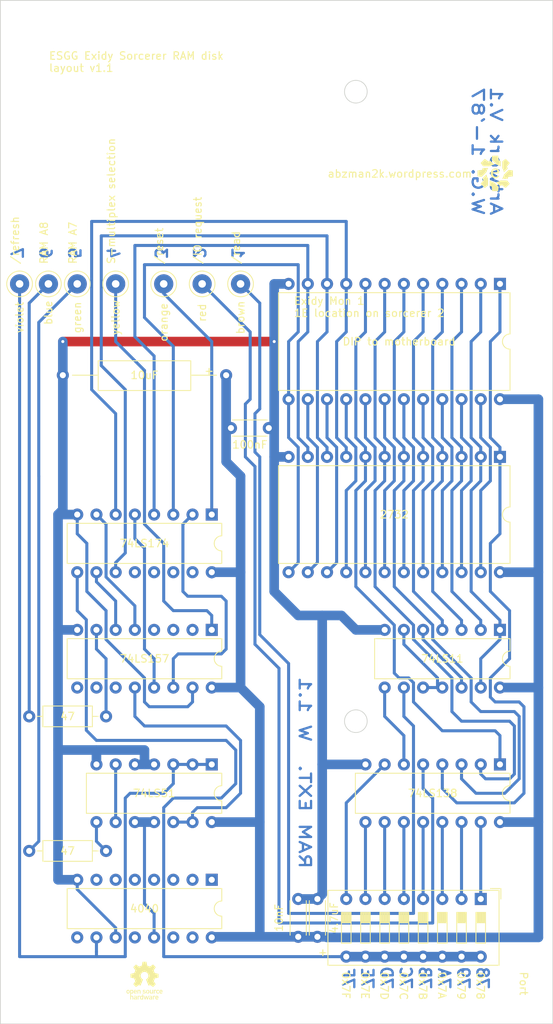
<source format=kicad_pcb>
(kicad_pcb (version 20221018) (generator pcbnew)
  (layers (0 "F.Cu" signal) (31 "B.Cu" signal) (34 "B.Paste" user) (35 "F.Paste" user) (36 "B.SilkS" user "B.Silkscreen") (37 "F.SilkS" user "F.Silkscreen") (38 "B.Mask" user) (39 "F.Mask" user) (44 "Edge.Cuts" user))
  (net 0 "")
  (net 1 "+5V")
  (net 2 "GND")
  (net 3 "A7")
  (net 4 "A6")
  (net 5 "A5")
  (net 6 "A4")
  (net 7 "A3")
  (net 8 "A2")
  (net 9 "A1")
  (net 10 "A0")
  (net 11 "D0")
  (net 12 "D1")
  (net 13 "D2")
  (net 14 "D3")
  (net 15 "D4")
  (net 16 "D5")
  (net 17 "D6")
  (net 18 "D7")
  (net 19 "{slash}CE")
  (net 20 "A10")
  (net 21 "{slash}OE")
  (net 22 "A11")
  (net 23 "A9")
  (net 24 "A8")
  (net 25 "Net-(R1-Pad1)")
  (net 26 "RAM A7")
  (net 27 "Net-(U6-Zb)")
  (net 28 "RAM A8")
  (net 29 "Net-(U3-O7)")
  (net 30 "Net-(U3-O6)")
  (net 31 "Net-(U3-O5)")
  (net 32 "Net-(U3-O4)")
  (net 33 "Net-(U3-O3)")
  (net 34 "Net-(U3-O2)")
  (net 35 "Net-(U3-O1)")
  (net 36 "Net-(U3-O0)")
  (net 37 "Net-(U4-Cp)")
  (net 38 "{slash}RD")
  (net 39 "{slash}IORQ")
  (net 40 "{slash}RESET")
  (net 41 "S-Multiplex Selection")
  (net 42 "{slash}RFSH")
  (net 43 "Net-(U1-Pad12)")
  (net 44 "Net-(U1-Pad10)")
  (net 45 "Net-(U3-E3)")
  (net 46 "Net-(U2-Pad6)")
  (net 47 "Net-(U5-Q7)")
  (net 48 "Net-(U6-Zd)")
  (net 49 "Net-(U4-Q0)")
  (net 50 "Net-(U4-Q1)")
  (net 51 "Net-(U4-Q2)")
  (net 52 "Net-(U4-Q3)")
  (footprint "Resistor_THT:R_Axial_DIN0207_L6.3mm_D2.5mm_P10.16mm_Horizontal" (layer "F.Cu") (at 163.83 133.35 180)
    (fp_text reference "R2" hide)
    (fp_text value "47")
  )
  (footprint "Package_DIP:DIP-16_W7.62mm" (layer "F.Cu") (at 215.9 139.7 -90)
    (fp_text reference "U3" hide)
    (fp_text value "74LS138")
  )
  (footprint "TestPoint:TestPoint_Plated_Hole_D2.0mm" (layer "F.Cu") (at 156.21 76.2)
    (fp_text reference "TP6" hide)
    (fp_text value "blue")
  )
  (footprint "Package_DIP:DIP-14_W7.62mm" (layer "F.Cu") (at 177.8 139.7 -90)
    (fp_text reference "U2" hide)
    (fp_text value "74LS51")
  )
  (footprint "Evan's parts:Evan Logo" (layer "F.Cu") (at 215.265 61.595)
    (fp_text reference "G***" hide)
    (fp_text value "LOGO" hide)
  )
  (footprint "TestPoint:TestPoint_Plated_Hole_D2.0mm" (layer "F.Cu") (at 181.61 76.2)
    (fp_text reference "TP1" hide)
    (fp_text value "brown")
  )
  (footprint "TestPoint:TestPoint_Plated_Hole_D2.0mm" (layer "F.Cu") (at 165.1 76.2)
    (fp_text reference "TP4" hide)
    (fp_text value "yellow")
  )
  (footprint "Resistor_THT:R_Axial_DIN0207_L6.3mm_D2.5mm_P10.16mm_Horizontal" (layer "F.Cu") (at 163.83 151.13 180)
    (fp_text reference "R1" hide)
    (fp_text value "47")
  )
  (footprint "TestPoint:TestPoint_Plated_Hole_D2.0mm" (layer "F.Cu") (at 152.4 76.2)
    (fp_text reference "TP5" hide)
    (fp_text value "violet")
  )
  (footprint "Package_DIP:DIP-16_W7.62mm" (layer "F.Cu") (at 177.8 121.92 -90)
    (fp_text reference "U6" hide)
    (fp_text value "74LS157")
  )
  (footprint "Evan's parts:OSHW gear" (layer "F.Cu") (at 168.91 168.275)
    (fp_text reference "G***" hide)
    (fp_text value "LOGO" hide)
  )
  (footprint "Capacitor_THT:C_Disc_D4.3mm_W1.9mm_P5.00mm" (layer "F.Cu") (at 191.77 162.48 90)
    (fp_text reference "C2" hide)
    (fp_text value "4.7uF")
  )
  (footprint "Capacitor_THT:C_Disc_D4.3mm_W1.9mm_P5.00mm" (layer "F.Cu") (at 180.34 95.25)
    (fp_text reference "C3" hide)
    (fp_text value "100nF")
  )
  (footprint "Package_DIP:DIP-16_W7.62mm" (layer "F.Cu") (at 177.8 106.68 -90)
    (fp_text reference "U4" hide)
    (fp_text value "74LS174")
  )
  (footprint "TestPoint:TestPoint_Plated_Hole_D2.0mm" (layer "F.Cu") (at 176.53 76.2)
    (fp_text reference "TP2" hide)
    (fp_text value "red")
  )
  (footprint "Package_DIP:DIP-24_W15.24mm" (layer "F.Cu") (at 215.9 99.06 -90)
    (fp_text reference "U7" hide)
    (fp_text value "2732")
  )
  (footprint "Button_Switch_THT:SW_DIP_SPSTx08_Slide_9.78x22.5mm_W7.62mm_P2.54mm" (layer "F.Cu") (at 213.36 157.48 -90)
    (fp_text reference "SW1" hide)
    (fp_text value "location")
  )
  (footprint "Package_DIP:DIP-24_W15.24mm" (layer "F.Cu") (at 215.9 76.2 -90)
    (fp_text reference "J1" hide)
    (fp_text value "DIP to motherboard")
  )
  (footprint "Package_DIP:DIP-16_W7.62mm" (layer "F.Cu") (at 177.8 154.94 -90)
    (fp_text reference "U5" hide)
    (fp_text value "4040")
  )
  (footprint "Capacitor_THT:C_Axial_L12.0mm_D6.5mm_P20.00mm_Horizontal" (layer "F.Cu") (at 179.705 88.265 180)
    (fp_text reference "C4" hide)
    (fp_text value "10uF")
  )
  (footprint "Package_DIP:DIP-14_W7.62mm" (layer "F.Cu") (at 215.9 121.92 -90)
    (fp_text reference "U1" hide)
    (fp_text value "74LS11")
  )
  (footprint "TestPoint:TestPoint_Plated_Hole_D2.0mm" (layer "F.Cu") (at 160.02 76.2)
    (fp_text reference "TP7" hide)
    (fp_text value "green")
  )
  (footprint "Capacitor_THT:C_Disc_D4.3mm_W1.9mm_P5.00mm" (layer "F.Cu") (at 189.23 162.48 90)
    (fp_text reference "C1" hide)
    (fp_text value "10nF")
  )
  (footprint "TestPoint:TestPoint_Plated_Hole_D2.0mm" (layer "F.Cu") (at 171.45 76.2)
    (fp_text reference "TP3" hide)
    (fp_text value "orange")
  )
  (gr_rect (start 149.86 38.735) (end 222.885 173.99) (stroke (width 0.1)) (fill none) (layer "Edge.Cuts"))
  (gr_circle (center 196.85 50.8) (end 198.35 50.8) (stroke (width 0.1)) (fill none) (layer "Edge.Cuts"))
  (gr_circle (center 196.85 133.985) (end 198.35 133.985) (stroke (width 0.1)) (fill none) (layer "Edge.Cuts"))
  (gr_text "7B" (at 205.105 169.545 270) (layer "B.Cu") (effects (font (size 1.5 1.5) (thickness 0.3) bold) (justify left bottom mirror)))
  (gr_text "7A" (at 207.645 169.545 270) (layer "B.Cu") (effects (font (size 1.5 1.5) (thickness 0.3) bold) (justify left bottom mirror)))
  (gr_text "7" (at 151.13 73.025 270) (layer "B.Cu") (effects (font (size 1.5 1.5) (thickness 0.3) bold) (justify left bottom mirror)))
  (gr_text "Artwork V.1\nW.G. 1-'87" (at 212.09 67.31 270) (layer "B.Cu") (effects (font (size 1.5 2) (thickness 0.3) bold) (justify left bottom mirror)))
  (gr_text "6" (at 154.94 73.025 270) (layer "B.Cu") (effects (font (size 1.5 1.5) (thickness 0.3) bold) (justify left bottom mirror)))
  (gr_text "1" (at 180.34 73.025 270) (layer "B.Cu") (effects (font (size 1.5 1.5) (thickness 0.3) bold) (justify left bottom mirror)))
  (gr_text "4" (at 163.83 73.025 270) (layer "B.Cu") (effects (font (size 1.5 1.5) (thickness 0.3) bold) (justify left bottom mirror)))
  (gr_text "5" (at 158.75 73.025 270) (layer "B.Cu") (effects (font (size 1.5 1.5) (thickness 0.3) bold) (justify left bottom mirror)))
  (gr_text "79" (at 210.185 169.545 270) (layer "B.Cu") (effects (font (size 1.5 1.5) (thickness 0.3) bold) (justify left bottom mirror)))
  (gr_text "3" (at 170.18 73.025 270) (layer "B.Cu") (effects (font (size 1.5 1.5) (thickness 0.3) bold) (justify left bottom mirror)))
  (gr_text "2" (at 175.26 73.025 270) (layer "B.Cu") (effects (font (size 1.5 1.5) (thickness 0.3) bold) (justify left bottom mirror)))
  (gr_text "7C" (at 202.565 169.545 270) (layer "B.Cu") (effects (font (size 1.5 1.5) (thickness 0.3) bold) (justify left bottom mirror)))
  (gr_text "78" (at 212.725 169.545 270) (layer "B.Cu") (effects (font (size 1.5 1.5) (thickness 0.3) bold) (justify left bottom mirror)))
  (gr_text "RAM EXT.  W 1.1" (at 189.23 153.67 270) (layer "B.Cu") (effects (font (size 1.5 2) (thickness 0.3) bold) (justify left bottom mirror)))
  (gr_text "7E" (at 197.485 169.545 270) (layer "B.Cu") (effects (font (size 1.5 1.5) (thickness 0.3) bold) (justify left bottom mirror)))
  (gr_text "7D" (at 200.025 169.545 270) (layer "B.Cu") (effects (font (size 1.5 1.5) (thickness 0.3) bold) (justify left bottom mirror)))
  (gr_text "7F\n" (at 194.945 169.545 270) (layer "B.Cu") (effects (font (size 1.5 1.5) (thickness 0.3) bold) (justify left bottom mirror)))
  (gr_text "ESGG Exidy Sorcerer RAM disk\nlayout v1.1" (at 156.21 48.26) (layer "F.SilkS") (effects (font (size 1 1)) (justify left bottom)))
  (gr_text "/reset" (at 171.45 73.66 90) (layer "F.SilkS") (effects (font (size 1 1)) (justify left bottom)))
  (gr_text "0x7F" (at 194.945 167.005 -90) (layer "F.SilkS") (effects (font (size 1 1)) (justify left bottom)))
  (gr_text "/IO request" (at 176.53 73.66 90) (layer "F.SilkS") (effects (font (size 1 1)) (justify left bottom)))
  (gr_text "RAM A7" (at 160.02 73.66 90) (layer "F.SilkS") (effects (font (size 1 1)) (justify left bottom)))
  (gr_text "0x7D" (at 200.025 167.005 -90) (layer "F.SilkS") (effects (font (size 1 1)) (justify left bottom)))
  (gr_text "+" (at 191.77 165.1) (layer "F.SilkS") (effects (font (size 1 1)) (justify left bottom)))
  (gr_text "S-multiplex selection" (at 165.1 73.66 90) (layer "F.SilkS") (effects (font (size 1 1)) (justify left bottom)))
  (gr_text "0x7B" (at 205.105 167.005 -90) (layer "F.SilkS") (effects (font (size 1 1)) (justify left bottom)))
  (gr_text "Exidy Mon 1\n1E location on sorcerer 2" (at 188.595 80.645) (layer "F.SilkS") (effects (font (size 1 1)) (justify left bottom)))
  (gr_text "0x7A" (at 207.645 167.005 -90) (layer "F.SilkS") (effects (font (size 1 1)) (justify left bottom)))
  (gr_text "Port" (at 218.44 167.005 -90) (layer "F.SilkS") (effects (font (size 1 1)) (justify left bottom)))
  (gr_text "+" (at 176.7325 88.265) (layer "F.SilkS") (effects (font (size 1 1)) (justify left bottom)))
  (gr_text "0x7E" (at 197.485 167.005 -90) (layer "F.SilkS") (effects (font (size 1 1)) (justify left bottom)))
  (gr_text "/refresh" (at 152.4 73.66 90) (layer "F.SilkS") (effects (font (size 1 1)) (justify left bottom)))
  (gr_text "abzman2k.wordpress.com" (at 193.04 62.23) (layer "F.SilkS") (effects (font (size 1 1)) (justify left bottom)))
  (gr_text "0x79" (at 210.185 167.005 -90) (layer "F.SilkS") (effects (font (size 1 1)) (justify left bottom)))
  (gr_text "/read" (at 181.61 73.66 90) (layer "F.SilkS") (effects (font (size 1 1)) (justify left bottom)))
  (gr_text "0x78" (at 212.725 167.005 -90) (layer "F.SilkS") (effects (font (size 1 1)) (justify left bottom)))
  (gr_text "RAM A8" (at 156.21 73.66 90) (layer "F.SilkS") (effects (font (size 1 1)) (justify left bottom)))
  (gr_text "0x7C" (at 202.565 167.005 -90) (layer "F.SilkS") (effects (font (size 1 1)) (justify left bottom)))
  (segment (start 177.8 147.32) (end 184.15 147.32) (width 1.27) (layer "B.Cu") (net 1))
  (segment (start 181.61 114.3) (end 181.61 101.6) (width 1.27) (layer "B.Cu") (net 1))
  (segment (start 181.61 129.54) (end 177.8 129.54) (width 1.27) (layer "B.Cu") (net 1))
  (segment (start 215.9 91.44) (end 220.98 91.44) (width 1.27) (layer "B.Cu") (net 1))
  (segment (start 220.98 147.32) (end 215.9 147.32) (width 1.27) (layer "B.Cu") (net 1))
  (segment (start 220.98 129.54) (end 220.98 147.32) (width 1.27) (layer "B.Cu") (net 1))
  (segment (start 181.61 114.3) (end 177.8 114.3) (width 1.27) (layer "B.Cu") (net 1))
  (segment (start 220.98 91.44) (end 220.98 114.3) (width 1.27) (layer "B.Cu") (net 1))
  (segment (start 177.88 162.48) (end 177.8 162.56) (width 1.27) (layer "B.Cu") (net 1))
  (segment (start 179.705 99.695) (end 179.705 88.265) (width 1.27) (layer "B.Cu") (net 1))
  (segment (start 181.61 129.54) (end 184.15 132.08) (width 1.27) (layer "B.Cu") (net 1))
  (segment (start 191.77 162.48) (end 189.23 162.48) (width 1.27) (layer "B.Cu") (net 1))
  (segment (start 184.15 132.08) (end 184.15 147.32) (width 1.27) (layer "B.Cu") (net 1))
  (segment (start 220.98 162.56) (end 193.04 162.56) (width 1.27) (layer "B.Cu") (net 1))
  (segment (start 192.96 162.48) (end 191.77 162.48) (width 1.27) (layer "B.Cu") (net 1))
  (segment (start 220.98 114.3) (end 215.9 114.3) (width 1.27) (layer "B.Cu") (net 1))
  (segment (start 181.61 101.6) (end 179.705 99.695) (width 1.27) (layer "B.Cu") (net 1))
  (segment (start 184.15 162.48) (end 177.88 162.48) (width 1.27) (layer "B.Cu") (net 1))
  (segment (start 193.04 162.56) (end 192.96 162.48) (width 1.27) (layer "B.Cu") (net 1))
  (segment (start 220.98 114.3) (end 220.98 129.54) (width 1.27) (layer "B.Cu") (net 1))
  (segment (start 220.98 129.54) (end 215.9 129.54) (width 1.27) (layer "B.Cu") (net 1))
  (segment (start 181.61 129.54) (end 181.61 114.3) (width 1.27) (layer "B.Cu") (net 1))
  (segment (start 189.23 162.48) (end 184.15 162.48) (width 1.27) (layer "B.Cu") (net 1))
  (segment (start 184.15 147.32) (end 184.15 162.48) (width 1.27) (layer "B.Cu") (net 1))
  (segment (start 220.98 147.32) (end 220.98 162.56) (width 1.27) (layer "B.Cu") (net 1))
  (segment (start 177.8 114.935) (end 177.8 114.3) (width 0.4) (layer "B.Cu") (net 1))
  (segment (start 158.115 83.82) (end 186.055 83.82) (width 1.27) (layer "F.Cu") (net 2))
  (via (at 158.115 83.82) (size 0.8) (drill 0.4) (layers "F.Cu" "B.Cu") (net 2))
  (via (at 186.055 83.82) (size 0.8) (drill 0.4) (layers "F.Cu" "B.Cu") (net 2))
  (segment (start 157.48 154.94) (end 157.48 137.795) (width 1.27) (layer "B.Cu") (net 2))
  (segment (start 189.23 120.015) (end 192.405 120.015) (width 1.27) (layer "B.Cu") (net 2))
  (segment (start 159.385 106.68) (end 160.02 106.68) (width 0.4) (layer "B.Cu") (net 2))
  (segment (start 157.48 121.92) (end 160.02 121.92) (width 1.27) (layer "B.Cu") (net 2))
  (segment (start 187.96 99.06) (end 186.055 99.06) (width 1.27) (layer "B.Cu") (net 2))
  (segment (start 192.405 120.015) (end 194.945 120.015) (width 1.27) (layer "B.Cu") (net 2))
  (segment (start 161.29 110.49) (end 161.29 116.84) (width 0.4) (layer "B.Cu") (net 2))
  (segment (start 168.91 131.445) (end 169.545 132.08) (width 0.4) (layer "B.Cu") (net 2))
  (segment (start 191.77 157.48) (end 192.405 156.845) (width 1.27) (layer "B.Cu") (net 2))
  (segment (start 161.29 116.84) (end 163.83 119.38) (width 0.4) (layer "B.Cu") (net 2))
  (segment (start 175.26 131.445) (end 175.26 129.54) (width 0.4) (layer "B.Cu") (net 2))
  (segment (start 168.91 139.7) (end 167.64 139.7) (width 1.27) (layer "B.Cu") (net 2))
  (segment (start 163.83 119.38) (end 163.83 123.19) (width 0.4) (layer "B.Cu") (net 2))
  (segment (start 186.055 99.06) (end 186.055 76.2) (width 1.27) (layer "B.Cu") (net 2))
  (segment (start 169.545 132.08) (end 174.625 132.08) (width 0.4) (layer "B.Cu") (net 2))
  (segment (start 168.91 128.27) (end 168.91 131.445) (width 0.4) (layer "B.Cu") (net 2))
  (segment (start 157.48 121.92) (end 157.48 106.68) (width 1.27) (layer "B.Cu") (net 2))
  (segment (start 192.405 139.7) (end 198.12 139.7) (width 1.27) (layer "B.Cu") (net 2))
  (segment (start 162.56 139.7) (end 162.56 137.795) (width 1.27) (layer "B.Cu") (net 2))
  (segment (start 157.48 106.68) (end 160.02 106.68) (width 1.27) (layer "B.Cu") (net 2))
  (segment (start 160.02 109.22) (end 161.29 110.49) (width 0.4) (layer "B.Cu") (net 2))
  (segment (start 192.405 139.7) (end 192.405 120.015) (width 1.27) (layer "B.Cu") (net 2))
  (segment (start 157.48 137.795) (end 162.56 137.795) (width 1.27) (layer "B.Cu") (net 2))
  (segment (start 160.02 156.21) (end 160.02 154.94) (width 0.4) (layer "B.Cu") (net 2))
  (segment (start 170.18 139.7) (end 168.91 139.7) (width 1.27) (layer "B.Cu") (net 2))
  (segment (start 165.1 161.29) (end 160.02 156.21) (width 0.4) (layer "B.Cu") (net 2))
  (segment (start 165.1 162.56) (end 165.1 161.29) (width 0.4) (layer "B.Cu") (net 2))
  (segment (start 192.405 156.845) (end 192.405 139.7) (width 1.27) (layer "B.Cu") (net 2))
  (segment (start 186.055 76.2) (end 187.96 76.2) (width 1.27) (layer "B.Cu") (net 2))
  (segment (start 157.48 137.795) (end 157.48 121.92) (width 1.27) (layer "B.Cu") (net 2))
  (segment (start 160.02 154.94) (end 157.48 154.94) (width 1.27) (layer "B.Cu") (net 2))
  (segment (start 157.48 106.68) (end 158.115 106.045) (width 1.27) (layer "B.Cu") (net 2))
  (segment (start 194.945 120.015) (end 196.85 121.92) (width 1.27) (layer "B.Cu") (net 2))
  (segment (start 174.625 132.08) (end 175.26 131.445) (width 0.4) (layer "B.Cu") (net 2))
  (segment (start 162.56 137.795) (end 168.91 137.795) (width 1.27) (layer "B.Cu") (net 2))
  (segment (start 160.02 106.68) (end 160.02 109.22) (width 0.4) (layer "B.Cu") (net 2))
  (segment (start 167.64 139.7) (end 167.64 139.065) (width 0.4) (layer "B.Cu") (net 2))
  (segment (start 168.91 137.795) (end 168.91 139.7) (width 1.27) (layer "B.Cu") (net 2))
  (segment (start 158.115 106.045) (end 158.115 83.82) (width 1.27) (layer "B.Cu") (net 2))
  (segment (start 189.23 157.48) (end 191.77 157.48) (width 1.27) (layer "B.Cu") (net 2))
  (segment (start 186.055 116.84) (end 189.23 120.015) (width 1.27) (layer "B.Cu") (net 2))
  (segment (start 186.055 99.06) (end 186.055 116.84) (width 1.27) (layer "B.Cu") (net 2))
  (segment (start 163.83 123.19) (end 168.91 128.27) (width 0.4) (layer "B.Cu") (net 2))
  (segment (start 196.85 121.92) (end 200.66 121.92) (width 1.27) (layer "B.Cu") (net 2))
  (segment (start 215.9 109.22) (end 215.9 99.06) (width 0.4) (layer "B.Cu") (net 3))
  (segment (start 215.265 131.445) (end 214.63 130.81) (width 0.4) (layer "B.Cu") (net 3))
  (segment (start 214.63 110.49) (end 215.9 109.22) (width 0.4) (layer "B.Cu") (net 3))
  (segment (start 215.9 97.79) (end 215.9 99.06) (width 0.4) (layer "B.Cu") (net 3))
  (segment (start 210.185 144.78) (end 217.805 144.78) (width 0.4) (layer "B.Cu") (net 3))
  (segment (start 208.28 142.875) (end 210.185 144.78) (width 0.4) (layer "B.Cu") (net 3))
  (segment (start 219.075 132.08) (end 218.44 131.445) (width 0.4) (layer "B.Cu") (net 3))
  (segment (start 217.805 144.78) (end 219.075 143.51) (width 0.4) (layer "B.Cu") (net 3))
  (segment (start 217.17 119.38) (end 214.63 116.84) (width 0.4) (layer "B.Cu") (net 3))
  (segment (start 219.075 143.51) (end 219.075 132.08) (width 0.4) (layer "B.Cu") (net 3))
  (segment (start 214.63 96.52) (end 215.9 97.79) (width 0.4) (layer "B.Cu") (net 3))
  (segment (start 217.17 125.73) (end 217.17 119.38) (width 0.4) (layer "B.Cu") (net 3))
  (segment (start 214.63 116.84) (end 214.63 110.49) (width 0.4) (layer "B.Cu") (net 3))
  (segment (start 215.9 76.2) (end 215.9 82.55) (width 0.4) (layer "B.Cu") (net 3))
  (segment (start 214.63 128.27) (end 217.17 125.73) (width 0.4) (layer "B.Cu") (net 3))
  (segment (start 208.28 139.7) (end 208.28 142.875) (width 0.4) (layer "B.Cu") (net 3))
  (segment (start 214.63 130.81) (end 214.63 128.27) (width 0.4) (layer "B.Cu") (net 3))
  (segment (start 218.44 131.445) (end 215.265 131.445) (width 0.4) (layer "B.Cu") (net 3))
  (segment (start 215.9 82.55) (end 214.63 83.82) (width 0.4) (layer "B.Cu") (net 3))
  (segment (start 214.63 83.82) (end 214.63 96.52) (width 0.4) (layer "B.Cu") (net 3))
  (segment (start 215.9 120.65) (end 212.09 116.84) (width 0.4) (layer "B.Cu") (net 4))
  (segment (start 213.36 99.06) (end 213.36 102.235) (width 0.4) (layer "B.Cu") (net 4))
  (segment (start 213.36 125.73) (end 215.9 123.19) (width 0.4) (layer "B.Cu") (net 4))
  (segment (start 213.36 97.79) (end 212.09 96.52) (width 0.4) (layer "B.Cu") (net 4))
  (segment (start 213.36 82.55) (end 212.09 83.82) (width 0.4) (layer "B.Cu") (net 4))
  (segment (start 215.9 123.19) (end 215.9 121.92) (width 0.4) (layer "B.Cu") (net 4))
  (segment (start 213.36 76.2) (end 213.36 82.55) (width 0.4) (layer "B.Cu") (net 4))
  (segment (start 213.36 129.54) (end 213.36 125.73) (width 0.4) (layer "B.Cu") (net 4))
  (segment (start 215.9 121.92) (end 215.9 120.65) (width 0.4) (layer "B.Cu") (net 4))
  (segment (start 213.36 102.235) (end 212.09 103.505) (width 0.4) (layer "B.Cu") (net 4))
  (segment (start 212.09 96.52) (end 212.09 83.82) (width 0.4) (layer "B.Cu") (net 4))
  (segment (start 212.09 103.505) (end 212.09 116.84) (width 0.4) (layer "B.Cu") (net 4))
  (segment (start 213.36 99.06) (end 213.36 97.79) (width 0.4) (layer "B.Cu") (net 4))
  (segment (start 209.55 103.505) (end 210.82 102.235) (width 0.4) (layer "B.Cu") (net 5))
  (segment (start 210.82 97.79) (end 209.55 96.52) (width 0.4) (layer "B.Cu") (net 5))
  (segment (start 209.55 96.52) (end 209.55 83.82) (width 0.4) (layer "B.Cu") (net 5))
  (segment (start 210.82 76.2) (end 210.82 82.55) (width 0.4) (layer "B.Cu") (net 5))
  (segment (start 209.55 116.84) (end 209.55 103.505) (width 0.4) (layer "B.Cu") (net 5))
  (segment (start 210.82 102.235) (end 210.82 99.06) (width 0.4) (layer "B.Cu") (net 5))
  (segment (start 213.36 120.65) (end 209.55 116.84) (width 0.4) (layer "B.Cu") (net 5))
  (segment (start 210.82 82.55) (end 209.55 83.82) (width 0.4) (layer "B.Cu") (net 5))
  (segment (start 213.36 121.92) (end 213.36 120.65) (width 0.4) (layer "B.Cu") (net 5))
  (segment (start 210.82 99.06) (end 210.82 97.79) (width 0.4) (layer "B.Cu") (net 5))
  (segment (start 208.28 99.06) (end 208.28 102.235) (width 0.4) (layer "B.Cu") (net 6))
  (segment (start 208.28 102.235) (end 207.01 103.505) (width 0.4) (layer "B.Cu") (net 6))
  (segment (start 208.28 76.2) (end 208.28 82.55) (width 0.4) (layer "B.Cu") (net 6))
  (segment (start 208.28 97.79) (end 207.01 96.52) (width 0.4) (layer "B.Cu") (net 6))
  (segment (start 210.82 120.65) (end 210.82 121.92) (width 0.4) (layer "B.Cu") (net 6))
  (segment (start 207.01 103.505) (end 207.01 116.84) (width 0.4) (layer "B.Cu") (net 6))
  (segment (start 208.28 82.55) (end 207.01 83.82) (width 0.4) (layer "B.Cu") (net 6))
  (segment (start 208.28 99.06) (end 208.28 97.79) (width 0.4) (layer "B.Cu") (net 6))
  (segment (start 207.01 96.52) (end 207.01 83.82) (width 0.4) (layer "B.Cu") (net 6))
  (segment (start 207.01 116.84) (end 210.82 120.65) (width 0.4) (layer "B.Cu") (net 6))
  (segment (start 208.28 120.65) (end 208.28 121.92) (width 0.4) (layer "B.Cu") (net 7))
  (segment (start 205.74 99.06) (end 205.74 97.79) (width 0.4) (layer "B.Cu") (net 7))
  (segment (start 205.74 99.06) (end 205.74 102.235) (width 0.4) (layer "B.Cu") (net 7))
  (segment (start 205.74 97.79) (end 204.47 96.52) (width 0.4) (layer "B.Cu") (net 7))
  (segment (start 204.47 103.505) (end 204.47 116.84) (width 0.4) (layer "B.Cu") (net 7))
  (segment (start 205.74 76.2) (end 205.74 82.55) (width 0.4) (layer "B.Cu") (net 7))
  (segment (start 205.74 102.235) (end 204.47 103.505) (width 0.4) (layer "B.Cu") (net 7))
  (segment (start 205.74 82.55) (end 204.47 83.82) (width 0.4) (layer "B.Cu") (net 7))
  (segment (start 204.47 116.84) (end 208.28 120.65) (width 0.4) (layer "B.Cu") (net 7))
  (segment (start 204.47 96.52) (end 204.47 83.82) (width 0.4) (layer "B.Cu") (net 7))
  (segment (start 201.93 96.52) (end 201.93 83.82) (width 0.4) (layer "B.Cu") (net 8))
  (segment (start 203.2 102.235) (end 203.2 99.06) (width 0.4) (layer "B.Cu") (net 8))
  (segment (start 210.82 139.7) (end 210.82 141.605) (width 0.4) (layer "B.Cu") (net 8))
  (segment (start 203.2 99.06) (end 203.2 97.79) (width 0.4) (layer "B.Cu") (net 8))
  (segment (start 218.44 133.35) (end 217.805 132.715) (width 0.4) (layer "B.Cu") (net 8))
  (segment (start 212.09 128.27) (end 207.01 123.19) (width 0.4) (layer "B.Cu") (net 8))
  (segment (start 201.93 116.205) (end 201.93 103.505) (width 0.4) (layer "B.Cu") (net 8))
  (segment (start 216.535 143.51) (end 218.44 141.605) (width 0.4) (layer "B.Cu") (net 8))
  (segment (start 213.36 132.715) (end 212.09 131.445) (width 0.4) (layer "B.Cu") (net 8))
  (segment (start 212.09 131.445) (end 212.09 128.27) (width 0.4) (layer "B.Cu") (net 8))
  (segment (start 218.44 141.605) (end 218.44 133.35) (width 0.4) (layer "B.Cu") (net 8))
  (segment (start 207.01 121.285) (end 201.93 116.205) (width 0.4) (layer "B.Cu") (net 8))
  (segment (start 201.93 103.505) (end 203.2 102.235) (width 0.4) (layer "B.Cu") (net 8))
  (segment (start 203.2 76.2) (end 203.2 82.55) (width 0.4) (layer "B.Cu") (net 8))
  (segment (start 217.805 132.715) (end 213.36 132.715) (width 0.4) (layer "B.Cu") (net 8))
  (segment (start 203.2 82.55) (end 201.93 83.82) (width 0.4) (layer "B.Cu") (net 8))
  (segment (start 210.82 141.605) (end 212.725 143.51) (width 0.4) (layer "B.Cu") (net 8))
  (segment (start 203.2 97.79) (end 201.93 96.52) (width 0.4) (layer "B.Cu") (net 8))
  (segment (start 212.725 143.51) (end 216.535 143.51) (width 0.4) (layer "B.Cu") (net 8))
  (segment (start 207.01 123.19) (end 207.01 121.285) (width 0.4) (layer "B.Cu") (net 8))
  (segment (start 204.47 121.285) (end 199.39 116.205) (width 0.4) (layer "B.Cu") (net 9))
  (segment (start 200.66 97.79) (end 199.39 96.52) (width 0.4) (layer "B.Cu") (net 9))
  (segment (start 199.39 116.205) (end 199.39 103.505) (width 0.4) (layer "B.Cu") (net 9))
  (segment (start 200.66 99.06) (end 200.66 97.79) (width 0.4) (layer "B.Cu") (net 9))
  (segment (start 200.66 82.55) (end 199.39 83.82) (width 0.4) (layer "B.Cu") (net 9))
  (segment (start 217.17 141.605) (end 217.805 140.97) (width 0.4) (layer "B.Cu") (net 9))
  (segment (start 209.55 132.715) (end 209.55 128.27) (width 0.4) (layer "B.Cu") (net 9))
  (segment (start 199.39 103.505) (end 200.66 102.235) (width 0.4) (layer "B.Cu") (net 9))
  (segment (start 199.39 96.52) (end 199.39 83.82) (width 0.4) (layer "B.Cu") (net 9))
  (segment (start 200.66 102.235) (end 200.66 99.06) (width 0.4) (layer "B.Cu") (net 9))
  (segment (start 204.47 123.19) (end 204.47 121.285) (width 0.4) (layer "B.Cu") (net 9))
  (segment (start 213.995 141.605) (end 217.17 141.605) (width 0.4) (layer "B.Cu") (net 9))
  (segment (start 217.805 134.62) (end 217.17 133.985) (width 0.4) (layer "B.Cu") (net 9))
  (segment (start 217.17 133.985) (end 210.82 133.985) (width 0.4) (layer "B.Cu") (net 9))
  (segment (start 200.66 76.2) (end 200.66 82.55) (width 0.4) (layer "B.Cu") (net 9))
  (segment (start 210.82 133.985) (end 209.55 132.715) (width 0.4) (layer "B.Cu") (net 9))
  (segment (start 213.36 140.97) (end 213.995 141.605) (width 0.4) (layer "B.Cu") (net 9))
  (segment (start 217.805 140.97) (end 217.805 134.62) (width 0.4) (layer "B.Cu") (net 9))
  (segment (start 209.55 128.27) (end 204.47 123.19) (width 0.4) (layer "B.Cu") (net 9))
  (segment (start 213.36 139.7) (end 213.36 140.97) (width 0.4) (layer "B.Cu") (net 9))
  (segment (start 198.12 102.235) (end 196.85 103.505) (width 0.4) (layer "B.Cu") (net 10))
  (segment (start 198.12 97.79) (end 198.12 99.06) (width 0.4) (layer "B.Cu") (net 10))
  (segment (start 202.565 128.27) (end 203.835 128.27) (width 0.4) (layer "B.Cu") (net 10))
  (segment (start 208.28 135.255) (end 215.265 135.255) (width 0.4) (layer "B.Cu") (net 10))
  (segment (start 198.12 82.55) (end 196.85 83.82) (width 0.4) (layer "B.Cu") (net 10))
  (segment (start 196.85 103.505) (end 196.85 116.205) (width 0.4) (layer "B.Cu") (net 10))
  (segment (start 201.93 121.285) (end 201.93 127.635) (width 0.4) (layer "B.Cu") (net 10))
  (segment (start 198.12 99.06) (end 198.12 102.235) (width 0.4) (layer "B.Cu") (net 10))
  (segment (start 201.93 127.635) (end 202.565 128.27) (width 0.4) (layer "B.Cu") (net 10))
  (segment (start 196.85 83.82) (end 196.85 96.52) (width 0.4) (layer "B.Cu") (net 10))
  (segment (start 203.835 128.27) (end 204.47 128.905) (width 0.4) (layer "B.Cu") (net 10))
  (segment (start 196.85 96.52) (end 198.12 97.79) (width 0.4) (layer "B.Cu") (net 10))
  (segment (start 215.9 135.89) (end 215.9 139.7) (width 0.4) (layer "B.Cu") (net 10))
  (segment (start 198.12 76.2) (end 198.12 82.55) (width 0.4) (layer "B.Cu") (net 10))
  (segment (start 215.265 135.255) (end 215.9 135.89) (width 0.4) (layer "B.Cu") (net 10))
  (segment (start 204.47 131.445) (end 208.28 135.255) (width 0.4) (layer "B.Cu") (net 10))
  (segment (start 204.47 128.905) (end 204.47 131.445) (width 0.4) (layer "B.Cu") (net 10))
  (segment (start 196.85 116.205) (end 201.93 121.285) (width 0.4) (layer "B.Cu") (net 10))
  (segment (start 161.925 90.17) (end 165.1 93.345) (width 0.4) (layer "B.Cu") (net 11))
  (segment (start 195.58 97.79) (end 195.58 99.06) (width 0.4) (layer "B.Cu") (net 11))
  (segment (start 195.58 76.2) (end 195.58 82.55) (width 0.4) (layer "B.Cu") (net 11))
  (segment (start 165.1 93.345) (end 165.1 106.68) (width 0.4) (layer "B.Cu") (net 11))
  (segment (start 194.31 96.52) (end 195.58 97.79) (width 0.4) (layer "B.Cu") (net 11))
  (segment (start 195.58 82.55) (end 194.31 83.82) (width 0.4) (layer "B.Cu") (net 11))
  (segment (start 194.31 83.82) (end 194.31 96.52) (width 0.4) (layer "B.Cu") (net 11))
  (segment (start 195.58 76.2) (end 195.58 67.945) (width 0.4) (layer "B.Cu") (net 11))
  (segment (start 161.925 67.945) (end 161.925 90.17) (width 0.4) (layer "B.Cu") (net 11))
  (segment (start 195.58 67.945) (end 161.925 67.945) (width 0.4) (layer "B.Cu") (net 11))
  (segment (start 193.04 76.2) (end 193.04 82.55) (width 0.4) (layer "B.Cu") (net 12))
  (segment (start 193.04 97.79) (end 193.04 99.06) (width 0.4) (layer "B.Cu") (net 12))
  (segment (start 163.195 69.85) (end 163.195 86.995) (width 0.4) (layer "B.Cu") (net 12))
  (segment (start 163.195 86.995) (end 166.37 90.17) (width 0.4) (layer "B.Cu") (net 12))
  (segment (start 193.04 69.85) (end 163.195 69.85) (width 0.4) (layer "B.Cu") (net 12))
  (segment (start 193.04 82.55) (end 191.77 83.82) (width 0.4) (layer "B.Cu") (net 12))
  (segment (start 166.37 111.76) (end 165.1 113.03) (width 0.4) (layer "B.Cu") (net 12))
  (segment (start 166.37 90.17) (end 166.37 111.76) (width 0.4) (layer "B.Cu") (net 12))
  (segment (start 165.1 113.03) (end 165.1 114.3) (width 0.4) (layer "B.Cu") (net 12))
  (segment (start 193.04 76.2) (end 193.04 69.85) (width 0.4) (layer "B.Cu") (net 12))
  (segment (start 191.77 83.82) (end 191.77 96.52) (width 0.4) (layer "B.Cu") (net 12))
  (segment (start 191.77 96.52) (end 193.04 97.79) (width 0.4) (layer "B.Cu") (net 12))
  (segment (start 190.5 97.79) (end 189.23 96.52) (width 0.4) (layer "B.Cu") (net 13))
  (segment (start 190.5 71.12) (end 167.64 71.12) (width 0.4) (layer "B.Cu") (net 13))
  (segment (start 170.18 85.725) (end 170.18 106.68) (width 0.4) (layer "B.Cu") (net 13))
  (segment (start 189.23 96.52) (end 189.23 83.82) (width 0.4) (layer "B.Cu") (net 13))
  (segment (start 167.64 71.12) (end 167.64 83.185) (width 0.4) (layer "B.Cu") (net 13))
  (segment (start 190.5 76.2) (end 190.5 71.12) (width 0.4) (layer "B.Cu") (net 13))
  (segment (start 190.5 76.2) (end 190.5 82.55) (width 0.4) (layer "B.Cu") (net 13))
  (segment (start 190.5 82.55) (end 189.23 83.82) (width 0.4) (layer "B.Cu") (net 13))
  (segment (start 190.5 99.06) (end 190.5 97.79) (width 0.4) (layer "B.Cu") (net 13))
  (segment (start 167.64 83.185) (end 170.18 85.725) (width 0.4) (layer "B.Cu") (net 13))
  (segment (start 187.96 91.44) (end 187.96 83.82) (width 0.4) (layer "B.Cu") (net 14))
  (segment (start 189.23 113.03) (end 187.96 114.3) (width 0.4) (layer "B.Cu") (net 14))
  (segment (start 172.72 84.455) (end 172.72 106.68) (width 0.4) (layer "B.Cu") (net 14))
  (segment (start 187.96 91.44) (end 187.96 96.52) (width 0.4) (layer "B.Cu") (net 14))
  (segment (start 189.23 73.66) (end 168.91 73.66) (width 0.4) (layer "B.Cu") (net 14))
  (segment (start 168.91 80.645) (end 172.72 84.455) (width 0.4) (layer "B.Cu") (net 14))
  (segment (start 168.91 73.66) (end 168.91 80.645) (width 0.4) (layer "B.Cu") (net 14))
  (segment (start 189.23 82.55) (end 189.23 73.66) (width 0.4) (layer "B.Cu") (net 14))
  (segment (start 187.96 83.82) (end 189.23 82.55) (width 0.4) (layer "B.Cu") (net 14))
  (segment (start 189.23 97.79) (end 189.23 113.03) (width 0.4) (layer "B.Cu") (net 14))
  (segment (start 187.96 96.52) (end 189.23 97.79) (width 0.4) (layer "B.Cu") (net 14))
  (segment (start 190.5 96.52) (end 191.77 97.79) (width 0.4) (layer "B.Cu") (net 15))
  (segment (start 191.77 113.03) (end 190.5 114.3) (width 0.4) (layer "B.Cu") (net 15))
  (segment (start 190.5 91.44) (end 190.5 96.52) (width 0.4) (layer "B.Cu") (net 15))
  (segment (start 191.77 97.79) (end 191.77 113.03) (width 0.4) (layer "B.Cu") (net 15))
  (segment (start 194.31 97.79) (end 194.31 113.03) (width 0.4) (layer "B.Cu") (net 16))
  (segment (start 194.31 113.03) (end 193.04 114.3) (width 0.4) (layer "B.Cu") (net 16))
  (segment (start 193.04 96.52) (end 194.31 97.79) (width 0.4) (layer "B.Cu") (net 16))
  (segment (start 193.04 91.44) (end 193.04 96.52) (width 0.4) (layer "B.Cu") (net 16))
  (segment (start 195.58 96.52) (end 195.58 91.44) (width 0.4) (layer "B.Cu") (net 17))
  (segment (start 195.58 103.505) (end 196.85 102.235) (width 0.4) (layer "B.Cu") (net 17))
  (segment (start 196.85 102.235) (end 196.85 97.79) (width 0.4) (layer "B.Cu") (net 17))
  (segment (start 196.85 97.79) (end 195.58 96.52) (width 0.4) (layer "B.Cu") (net 17))
  (segment (start 195.58 114.3) (end 195.58 103.505) (width 0.4) (layer "B.Cu") (net 17))
  (segment (start 198.12 103.505) (end 198.12 114.3) (width 0.4) (layer "B.Cu") (net 18))
  (segment (start 199.39 97.79) (end 199.39 102.235) (width 0.4) (layer "B.Cu") (net 18))
  (segment (start 198.12 96.52) (end 199.39 97.79) (width 0.4) (layer "B.Cu") (net 18))
  (segment (start 198.12 91.44) (end 198.12 96.52) (width 0.4) (layer "B.Cu") (net 18))
  (segment (start 199.39 102.235) (end 198.12 103.505) (width 0.4) (layer "B.Cu") (net 18))
  (segment (start 200.66 91.44) (end 200.66 96.52) (width 0.4) (layer "B.Cu") (net 19))
  (segment (start 201.93 102.235) (end 200.66 103.505) (width 0.4) (layer "B.Cu") (net 19))
  (segment (start 200.66 103.505) (end 200.66 114.3) (width 0.4) (layer "B.Cu") (net 19))
  (segment (start 201.93 97.79) (end 201.93 102.235) (width 0.4) (layer "B.Cu") (net 19))
  (segment (start 200.66 96.52) (end 201.93 97.79) (width 0.4) (layer "B.Cu") (net 19))
  (segment (start 204.47 97.79) (end 204.47 102.235) (width 0.4) (layer "B.Cu") (net 20))
  (segment (start 203.2 96.52) (end 204.47 97.79) (width 0.4) (layer "B.Cu") (net 20))
  (segment (start 203.2 91.44) (end 203.2 96.52) (width 0.4) (layer "B.Cu") (net 20))
  (segment (start 203.2 103.505) (end 203.2 114.3) (width 0.4) (layer "B.Cu") (net 20))
  (segment (start 204.47 102.235) (end 203.2 103.505) (width 0.4) (layer "B.Cu") (net 20))
  (segment (start 205.74 103.505) (end 205.74 114.3) (width 0.4) (layer "B.Cu") (net 21))
  (segment (start 205.74 96.52) (end 207.01 97.79) (width 0.4) (layer "B.Cu") (net 21))
  (segment (start 207.01 102.235) (end 205.74 103.505) (width 0.4) (layer "B.Cu") (net 21))
  (segment (start 207.01 97.79) (end 207.01 102.235) (width 0.4) (layer "B.Cu") (net 21))
  (segment (start 205.74 91.44) (end 205.74 96.52) (width 0.4) (layer "B.Cu") (net 21))
  (segment (start 208.28 103.505) (end 208.28 114.3) (width 0.4) (layer "B.Cu") (net 22))
  (segment (start 208.28 91.44) (end 208.28 96.52) (width 0.4) (layer "B.Cu") (net 22))
  (segment (start 208.28 96.52) (end 209.55 97.79) (width 0.4) (layer "B.Cu") (net 22))
  (segment (start 209.55 97.79) (end 209.55 102.235) (width 0.4) (layer "B.Cu") (net 22))
  (segment (start 209.55 102.235) (end 208.28 103.505) (width 0.4) (layer "B.Cu") (net 22))
  (segment (start 210.82 96.52) (end 212.09 97.79) (width 0.4) (layer "B.Cu") (net 23))
  (segment (start 210.82 91.44) (end 210.82 96.52) (width 0.4) (layer "B.Cu") (net 23))
  (segment (start 212.09 97.79) (end 212.09 102.235) (width 0.4) (layer "B.Cu") (net 23))
  (segment (start 212.09 102.235) (end 210.82 103.505) (width 0.4) (layer "B.Cu") (net 23))
  (segment (start 210.82 103.505) (end 210.82 114.3) (width 0.4) (layer "B.Cu") (net 23))
  (segment (start 213.36 96.52) (end 214.63 97.79) (width 0.4) (layer "B.Cu") (net 24))
  (segment (start 214.63 97.79) (end 214.63 102.235) (width 0.4) (layer "B.Cu") (net 24))
  (segment (start 213.36 103.505) (end 213.36 114.3) (width 0.4) (layer "B.Cu") (net 24))
  (segment (start 213.36 91.44) (end 213.36 96.52) (width 0.4) (layer "B.Cu") (net 24))
  (segment (start 214.63 102.235) (end 213.36 103.505) (width 0.4) (layer "B.Cu") (net 24))
  (segment (start 162.56 147.32) (end 162.56 149.86) (width 0.4) (layer "B.Cu") (net 25))
  (segment (start 162.56 149.86) (end 163.83 151.13) (width 0.4) (layer "B.Cu") (net 25))
  (segment (start 154.94 149.86) (end 153.67 151.13) (width 0.4) (layer "B.Cu") (net 26))
  (segment (start 154.94 101.6) (end 154.94 149.86) (width 0.4) (layer "B.Cu") (net 26))
  (segment (start 154.935 101.595) (end 154.94 101.6) (width 0.4) (layer "B.Cu") (net 26))
  (segment (start 160.02 76.2) (end 154.935 81.285) (width 0.4) (layer "B.Cu") (net 26))
  (segment (start 154.935 81.285) (end 154.935 101.595) (width 0.4) (layer "B.Cu") (net 26))
  (segment (start 163.83 133.35) (end 163.83 125.73) (width 0.4) (layer "B.Cu") (net 27))
  (segment (start 163.83 125.73) (end 162.56 124.46) (width 0.4) (layer "B.Cu") (net 27))
  (segment (start 162.56 124.46) (end 162.56 121.92) (width 0.4) (layer "B.Cu") (net 27))
  (segment (start 153.67 78.74) (end 153.67 133.35) (width 0.4) (layer "B.Cu") (net 28))
  (segment (start 156.21 76.2) (end 153.67 78.74) (width 0.4) (layer "B.Cu") (net 28))
  (segment (start 195.58 144.78) (end 195.58 157.48) (width 0.4) (layer "B.Cu") (net 29))
  (segment (start 200.66 139.7) (end 195.58 144.78) (width 0.4) (layer "B.Cu") (net 29))
  (segment (start 198.12 157.48) (end 198.12 147.32) (width 0.4) (layer "B.Cu") (net 30))
  (segment (start 200.66 157.48) (end 200.66 147.32) (width 0.4) (layer "B.Cu") (net 31))
  (segment (start 203.2 157.48) (end 203.2 147.32) (width 0.4) (layer "B.Cu") (net 32))
  (segment (start 205.74 157.48) (end 205.74 147.32) (width 0.4) (layer "B.Cu") (net 33))
  (segment (start 208.28 157.48) (end 208.28 147.32) (width 0.4) (layer "B.Cu") (net 34))
  (segment (start 210.82 157.48) (end 210.82 147.32) (width 0.4) (layer "B.Cu") (net 35))
  (segment (start 213.36 157.48) (end 213.36 147.32) (width 0.4) (layer "B.Cu") (net 36))
  (segment (start 180.975 142.24) (end 180.975 137.795) (width 0.4) (layer "B.Cu") (net 37))
  (segment (start 179.07 144.145) (end 180.975 142.24) (width 0.4) (layer "B.Cu") (net 37))
  (segment (start 162.56 136.525) (end 161.22 135.185) (width 0.4) (layer "B.Cu") (net 37))
  (segment (start 161.22 120.58) (end 160.02 119.38) (width 0.4) (layer "B.Cu") (net 37))
  (segment (start 171.45 165.1) (end 171.45 145.415) (width 0.4) (layer "B.Cu") (net 37))
  (segment (start 195.58 165.1) (end 171.45 165.1) (width 0.4) (layer "B.Cu") (net 37))
  (segment (start 172.72 144.145) (end 179.07 144.145) (width 0.4) (layer "B.Cu") (net 37))
  (segment (start 180.975 137.795) (end 179.705 136.525) (width 0.4) (layer "B.Cu") (net 37))
  (segment (start 171.45 145.415) (end 172.72 144.145) (width 0.4) (layer "B.Cu") (net 37))
  (segment (start 160.02 119.38) (end 160.02 114.3) (width 0.4) (layer "B.Cu") (net 37))
  (segment (start 179.705 136.525) (end 162.56 136.525) (width 0.4) (layer "B.Cu") (net 37))
  (segment (start 161.22 135.185) (end 161.22 120.58) (width 0.4) (layer "B.Cu") (net 37))
  (segment (start 213.36 165.1) (end 195.58 165.1) (width 1.27) (layer "B.Cu") (net 37))
  (segment (start 203.2 133.35) (end 204.47 134.62) (width 0.4) (layer "B.Cu") (net 38))
  (segment (start 183.515 98.425) (end 183.515 93.345) (width 0.4) (layer "B.Cu") (net 38))
  (segment (start 187.96 126.365) (end 184.15 122.555) (width 0.4) (layer "B.Cu") (net 38))
  (segment (start 204.47 134.62) (end 204.47 159.385) (width 0.4) (layer "B.Cu") (net 38))
  (segment (start 184.15 92.71) (end 184.15 78.74) (width 0.4) (layer "B.Cu") (net 38))
  (segment (start 203.2 129.54) (end 203.2 133.35) (width 0.4) (layer "B.Cu") (net 38))
  (segment (start 187.96 159.385) (end 187.96 126.365) (width 0.4) (layer "B.Cu") (net 38))
  (segment (start 204.47 159.385) (end 187.96 159.385) (width 0.4) (layer "B.Cu") (net 38))
  (segment (start 184.15 99.06) (end 183.515 98.425) (width 0.4) (layer "B.Cu") (net 38))
  (segment (start 184.15 122.555) (end 184.15 99.06) (width 0.4) (layer "B.Cu") (net 38))
  (segment (start 183.515 93.345) (end 184.15 92.71) (width 0.4) (layer "B.Cu") (net 38))
  (segment (start 184.15 78.74) (end 181.61 76.2) (width 0.4) (layer "B.Cu") (net 38))
  (segment (start 183.515 100.33) (end 182.245 99.06) (width 0.4) (layer "B.Cu") (net 39))
  (segment (start 183.515 123.825) (end 183.515 100.33) (width 0.4) (layer "B.Cu") (net 39))
  (segment (start 207.01 160.655) (end 186.69 160.655) (width 0.4) (layer "B.Cu") (net 39))
  (segment (start 182.245 99.06) (end 182.245 92.075) (width 0.4) (layer "B.Cu") (net 39))
  (segment (start 182.88 91.44) (end 182.88 82.55) (width 0.4) (layer "B.Cu") (net 39))
  (segment (start 186.69 160.655) (end 186.69 127) (width 0.4) (layer "B.Cu") (net 39))
  (segment (start 205.74 142.875) (end 207.01 144.145) (width 0.4) (layer "B.Cu") (net 39))
  (segment (start 207.01 144.145) (end 207.01 160.655) (width 0.4) (layer "B.Cu") (net 39))
  (segment (start 205.74 139.7) (end 205.74 142.875) (width 0.4) (layer "B.Cu") (net 39))
  (segment (start 182.88 82.55) (end 176.53 76.2) (width 0.4) (layer "B.Cu") (net 39))
  (segment (start 182.245 92.075) (end 182.88 91.44) (width 0.4) (layer "B.Cu") (net 39))
  (segment (start 186.69 127) (end 183.515 123.825) (width 0.4) (layer "B.Cu") (net 39))
  (segment (start 171.45 77.47) (end 177.8 83.82) (width 0.4) (layer "B.Cu") (net 40))
  (segment (start 177.8 83.82) (end 177.8 106.68) (width 0.4) (layer "B.Cu") (net 40))
  (segment (start 171.45 76.2) (end 171.45 77.47) (width 0.4) (layer "B.Cu") (net 40))
  (segment (start 165.1 76.2) (end 165.1 83.82) (width 0.4) (layer "B.Cu") (net 41))
  (segment (start 171.45 118.11) (end 172.72 119.38) (width 0.4) (layer "B.Cu") (net 41))
  (segment (start 168.91 87.63) (end 168.91 107.95) (width 0.4) (layer "B.Cu") (net 41))
  (segment (start 177.165 119.38) (end 177.8 120.015) (width 0.4) (layer "B.Cu") (net 41))
  (segment (start 172.72 119.38) (end 177.165 119.38) (width 0.4) (layer "B.Cu") (net 41))
  (segment (start 177.8 120.015) (end 177.8 121.92) (width 0.4) (layer "B.Cu") (net 41))
  (segment (start 171.45 110.49) (end 171.45 118.11) (width 0.4) (layer "B.Cu") (net 41))
  (segment (start 165.1 83.82) (end 168.91 87.63) (width 0.4) (layer "B.Cu") (net 41))
  (segment (start 168.91 107.95) (end 171.45 110.49) (width 0.4) (layer "B.Cu") (net 41))
  (segment (start 166.37 144.145) (end 166.37 165.1) (width 0.4) (layer "B.Cu") (net 42))
  (segment (start 172.72 142.24) (end 171.45 143.51) (width 0.4) (layer "B.Cu") (net 42))
  (segment (start 172.72 139.7) (end 172.72 142.24) (width 0.4) (layer "B.Cu") (net 42))
  (segment (start 162.56 164.465) (end 162.56 162.56) (width 0.4) (layer "B.Cu") (net 42))
  (segment (start 175.26 139.7) (end 177.8 139.7) (width 0.4) (layer "B.Cu") (net 42))
  (segment (start 166.37 165.1) (end 162.56 165.1) (width 0.4) (layer "B.Cu") (net 42))
  (segment (start 172.72 139.7) (end 175.26 139.7) (width 0.4) (layer "B.Cu") (net 42))
  (segment (start 167.005 143.51) (end 166.37 144.145) (width 0.4) (layer "B.Cu") (net 42))
  (segment (start 152.4 165.1) (end 162.56 165.1) (width 0.4) (layer "B.Cu") (net 42))
  (segment (start 162.56 165.1) (end 162.56 164.465) (width 0.4) (layer "B.Cu") (net 42))
  (segment (start 152.4 76.2) (end 152.4 165.1) (width 0.4) (layer "B.Cu") (net 42))
  (segment (start 171.45 143.51) (end 167.005 143.51) (width 0.4) (layer "B.Cu") (net 42))
  (segment (start 205.74 123.19) (end 210.82 128.27) (width 0.4) (layer "B.Cu") (net 43))
  (segment (start 205.74 121.92) (end 205.74 123.19) (width 0.4) (layer "B.Cu") (net 43))
  (segment (start 210.82 128.27) (end 210.82 129.54) (width 0.4) (layer "B.Cu") (net 43))
  (segment (start 203.2 123.825) (end 207.645 128.27) (width 0.4) (layer "B.Cu") (net 44))
  (segment (start 208.28 129.54) (end 207.645 129.54) (width 0.4) (layer "B.Cu") (net 44))
  (segment (start 207.645 128.27) (end 207.645 129.54) (width 0.4) (layer "B.Cu") (net 44))
  (segment (start 207.645 129.54) (end 205.74 129.54) (width 0.4) (layer "B.Cu") (net 44))
  (segment (start 203.2 121.92) (end 203.2 123.825) (width 0.4) (layer "B.Cu") (net 44))
  (segment (start 203.2 135.89) (end 200.66 133.35) (width 0.4) (layer "B.Cu") (net 45))
  (segment (start 200.66 133.35) (end 200.66 129.54) (width 0.4) (layer "B.Cu") (net 45))
  (segment (start 203.2 139.7) (end 203.2 135.89) (width 0.4) (layer "B.Cu") (net 45))
  (segment (start 165.1 139.7) (end 165.1 147.32) (width 0.4) (layer "B.Cu") (net 46))
  (segment (start 170.18 162.56) (end 170.18 159.385) (width 0.4) (layer "B.Cu") (net 47))
  (segment (start 168.91 158.115) (end 168.91 147.32) (width 0.4) (layer "B.Cu") (net 47))
  (segment (start 170.18 147.32) (end 167.64 147.32) (width 1.27) (layer "B.Cu") (net 47))
  (segment (start 170.18 159.385) (end 168.91 158.115) (width 0.4) (layer "B.Cu") (net 47))
  (segment (start 168.91 134.62) (end 179.705 134.62) (width 0.4) (layer "B.Cu") (net 48))
  (segment (start 167.64 133.35) (end 168.91 134.62) (width 0.4) (layer "B.Cu") (net 48))
  (segment (start 167.64 129.54) (end 167.64 133.35) (width 0.4) (layer "B.Cu") (net 48))
  (segment (start 175.26 147.32) (end 172.72 147.32) (width 0.4) (layer "B.Cu") (net 48))
  (segment (start 179.705 145.415) (end 175.895 145.415) (width 0.4) (layer "B.Cu") (net 48))
  (segment (start 179.705 134.62) (end 181.61 136.525) (width 0.4) (layer "B.Cu") (net 48))
  (segment (start 181.61 143.51) (end 179.705 145.415) (width 0.4) (layer "B.Cu") (net 48))
  (segment (start 181.61 136.525) (end 181.61 143.51) (width 0.4) (layer "B.Cu") (net 48))
  (segment (start 175.26 146.05) (end 175.26 147.32) (width 0.4) (layer "B.Cu") (net 48))
  (segment (start 175.895 145.415) (end 175.26 146.05) (width 0.4) (layer "B.Cu") (net 48))
  (segment (start 172.72 125.73) (end 173.355 125.095) (width 0.4) (layer "B.Cu") (net 49))
  (segment (start 179.705 118.11) (end 179.07 117.475) (width 0.4) (layer "B.Cu") (net 49))
  (segment (start 174.625 117.475) (end 173.99 116.84) (width 0.4) (layer "B.Cu") (net 49))
  (segment (start 173.355 125.095) (end 179.07 125.095) (width 0.4) (layer "B.Cu") (net 49))
  (segment (start 173.99 107.95) (end 175.26 106.68) (width 0.4) (layer "B.Cu") (net 49))
  (segment (start 172.72 129.54) (end 172.72 125.73) (width 0.4) (layer "B.Cu") (net 49))
  (segment (start 173.99 116.84) (end 173.99 107.95) (width 0.4) (layer "B.Cu") (net 49))
  (segment (start 179.07 125.095) (end 179.705 124.46) (width 0.4) (layer "B.Cu") (net 49))
  (segment (start 179.705 124.46) (end 179.705 118.11) (width 0.4) (layer "B.Cu") (net 49))
  (segment (start 179.07 117.475) (end 174.625 117.475) (width 0.4) (layer "B.Cu") (net 49))
  (segment (start 167.64 109.855) (end 167.64 106.68) (width 0.4) (layer "B.Cu") (net 50))
  (segment (start 170.18 125.73) (end 168.91 124.46) (width 0.4) (layer "B.Cu") (net 50))
  (segment (start 168.91 111.125) (end 167.64 109.855) (width 0.4) (layer "B.Cu") (net 50))
  (segment (start 170.18 129.54) (end 170.18 125.73) (width 0.4) (layer "B.Cu") (net 50))
  (segment (start 168.91 124.46) (end 168.91 111.125) (width 0.4) (layer "B.Cu") (net 50))
  (segment (start 167.64 118.745) (end 167.64 121.92) (width 0.4) (layer "B.Cu") (net 51))
  (segment (start 163.83 107.95) (end 163.83 114.935) (width 0.4) (layer "B.Cu") (net 51))
  (segment (start 163.83 114.935) (end 167.64 118.745) (width 0.4) (layer "B.Cu") (net 51))
  (segment (start 162.56 106.68) (end 163.83 107.95) (width 0.4) (layer "B.Cu") (net 51))
  (segment (start 162.56 114.3) (end 162.56 115.57) (width 0.4) (layer "B.Cu") (net 52))
  (segment (start 165.1 118.11) (end 165.1 121.92) (width 0.4) (layer "B.Cu") (net 52))
  (segment (start 162.56 115.57) (end 165.1 118.11) (width 0.4) (layer "B.Cu") (net 52))
)
</source>
